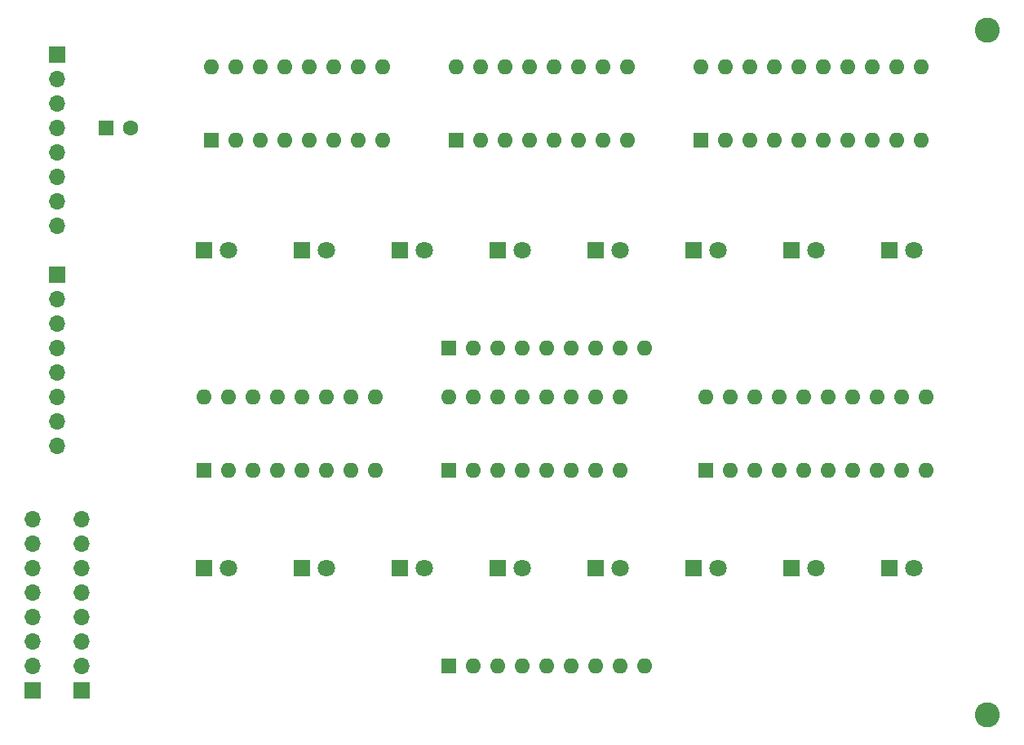
<source format=gbr>
%TF.GenerationSoftware,KiCad,Pcbnew,(7.0.0)*%
%TF.CreationDate,2023-02-28T23:31:08-05:00*%
%TF.ProjectId,8bc_registers,3862635f-7265-4676-9973-746572732e6b,1.0*%
%TF.SameCoordinates,Original*%
%TF.FileFunction,Soldermask,Top*%
%TF.FilePolarity,Negative*%
%FSLAX46Y46*%
G04 Gerber Fmt 4.6, Leading zero omitted, Abs format (unit mm)*
G04 Created by KiCad (PCBNEW (7.0.0)) date 2023-02-28 23:31:08*
%MOMM*%
%LPD*%
G01*
G04 APERTURE LIST*
%ADD10C,2.600000*%
%ADD11R,1.800000X1.800000*%
%ADD12C,1.800000*%
%ADD13R,1.600000X1.600000*%
%ADD14O,1.600000X1.600000*%
%ADD15R,1.700000X1.700000*%
%ADD16O,1.700000X1.700000*%
%ADD17C,1.600000*%
G04 APERTURE END LIST*
D10*
%TO.C,REF\u002A\u002A*%
X198120000Y-109220000D03*
%TD*%
%TO.C,REF\u002A\u002A*%
X198120000Y-38100000D03*
%TD*%
D11*
%TO.C,D1*%
X116839999Y-60959999D03*
D12*
X119380000Y-60960000D03*
%TD*%
D13*
%TO.C,U6*%
X142239999Y-83819999D03*
D14*
X144779999Y-83819999D03*
X147319999Y-83819999D03*
X149859999Y-83819999D03*
X152399999Y-83819999D03*
X154939999Y-83819999D03*
X157479999Y-83819999D03*
X160019999Y-83819999D03*
X160019999Y-76199999D03*
X157479999Y-76199999D03*
X154939999Y-76199999D03*
X152399999Y-76199999D03*
X149859999Y-76199999D03*
X147319999Y-76199999D03*
X144779999Y-76199999D03*
X142239999Y-76199999D03*
%TD*%
D11*
%TO.C,D3*%
X137159999Y-60959999D03*
D12*
X139700000Y-60960000D03*
%TD*%
D13*
%TO.C,U2*%
X117599999Y-49519999D03*
D14*
X120139999Y-49519999D03*
X122679999Y-49519999D03*
X125219999Y-49519999D03*
X127759999Y-49519999D03*
X130299999Y-49519999D03*
X132839999Y-49519999D03*
X135379999Y-49519999D03*
X135379999Y-41899999D03*
X132839999Y-41899999D03*
X130299999Y-41899999D03*
X127759999Y-41899999D03*
X125219999Y-41899999D03*
X122679999Y-41899999D03*
X120139999Y-41899999D03*
X117599999Y-41899999D03*
%TD*%
D13*
%TO.C,U1*%
X168399999Y-49519999D03*
D14*
X170939999Y-49519999D03*
X173479999Y-49519999D03*
X176019999Y-49519999D03*
X178559999Y-49519999D03*
X181099999Y-49519999D03*
X183639999Y-49519999D03*
X186179999Y-49519999D03*
X188719999Y-49519999D03*
X191259999Y-49519999D03*
X191259999Y-41899999D03*
X188719999Y-41899999D03*
X186179999Y-41899999D03*
X183639999Y-41899999D03*
X181099999Y-41899999D03*
X178559999Y-41899999D03*
X176019999Y-41899999D03*
X173479999Y-41899999D03*
X170939999Y-41899999D03*
X168399999Y-41899999D03*
%TD*%
D15*
%TO.C,J3*%
X99059999Y-106679999D03*
D16*
X99059999Y-104139999D03*
X99059999Y-101599999D03*
X99059999Y-99059999D03*
X99059999Y-96519999D03*
X99059999Y-93979999D03*
X99059999Y-91439999D03*
X99059999Y-88899999D03*
%TD*%
D11*
%TO.C,D6*%
X167639999Y-60959999D03*
D12*
X170180000Y-60960000D03*
%TD*%
D13*
%TO.C,U3*%
X142999999Y-49519999D03*
D14*
X145539999Y-49519999D03*
X148079999Y-49519999D03*
X150619999Y-49519999D03*
X153159999Y-49519999D03*
X155699999Y-49519999D03*
X158239999Y-49519999D03*
X160779999Y-49519999D03*
X160779999Y-41899999D03*
X158239999Y-41899999D03*
X155699999Y-41899999D03*
X153159999Y-41899999D03*
X150619999Y-41899999D03*
X148079999Y-41899999D03*
X145539999Y-41899999D03*
X142999999Y-41899999D03*
%TD*%
D13*
%TO.C,U5*%
X116839999Y-83819999D03*
D14*
X119379999Y-83819999D03*
X121919999Y-83819999D03*
X124459999Y-83819999D03*
X126999999Y-83819999D03*
X129539999Y-83819999D03*
X132079999Y-83819999D03*
X134619999Y-83819999D03*
X134619999Y-76199999D03*
X132079999Y-76199999D03*
X129539999Y-76199999D03*
X126999999Y-76199999D03*
X124459999Y-76199999D03*
X121919999Y-76199999D03*
X119379999Y-76199999D03*
X116839999Y-76199999D03*
%TD*%
D11*
%TO.C,D9*%
X187959999Y-93979999D03*
D12*
X190500000Y-93980000D03*
%TD*%
D15*
%TO.C,J2*%
X101599999Y-40639999D03*
D16*
X101599999Y-43179999D03*
X101599999Y-45719999D03*
X101599999Y-48259999D03*
X101599999Y-50799999D03*
X101599999Y-53339999D03*
X101599999Y-55879999D03*
X101599999Y-58419999D03*
%TD*%
D15*
%TO.C,J4*%
X104139999Y-106679999D03*
D16*
X104139999Y-104139999D03*
X104139999Y-101599999D03*
X104139999Y-99059999D03*
X104139999Y-96519999D03*
X104139999Y-93979999D03*
X104139999Y-91439999D03*
X104139999Y-88899999D03*
%TD*%
D11*
%TO.C,D12*%
X167639999Y-93979999D03*
D12*
X170180000Y-93980000D03*
%TD*%
D11*
%TO.C,D16*%
X116839999Y-93979999D03*
D12*
X119380000Y-93980000D03*
%TD*%
D11*
%TO.C,D14*%
X137159999Y-93979999D03*
D12*
X139700000Y-93980000D03*
%TD*%
D11*
%TO.C,D5*%
X157479999Y-60959999D03*
D12*
X160020000Y-60960000D03*
%TD*%
D11*
%TO.C,D15*%
X126999999Y-93979999D03*
D12*
X129540000Y-93980000D03*
%TD*%
D13*
%TO.C,RN2*%
X142239999Y-104139999D03*
D14*
X144779999Y-104139999D03*
X147319999Y-104139999D03*
X149859999Y-104139999D03*
X152399999Y-104139999D03*
X154939999Y-104139999D03*
X157479999Y-104139999D03*
X160019999Y-104139999D03*
X162559999Y-104139999D03*
%TD*%
D11*
%TO.C,D8*%
X187959999Y-60959999D03*
D12*
X190500000Y-60960000D03*
%TD*%
D13*
%TO.C,RN1*%
X142239999Y-71119999D03*
D14*
X144779999Y-71119999D03*
X147319999Y-71119999D03*
X149859999Y-71119999D03*
X152399999Y-71119999D03*
X154939999Y-71119999D03*
X157479999Y-71119999D03*
X160019999Y-71119999D03*
X162559999Y-71119999D03*
%TD*%
D15*
%TO.C,J1*%
X101599999Y-63499999D03*
D16*
X101599999Y-66039999D03*
X101599999Y-68579999D03*
X101599999Y-71119999D03*
X101599999Y-73659999D03*
X101599999Y-76199999D03*
X101599999Y-78739999D03*
X101599999Y-81279999D03*
%TD*%
D11*
%TO.C,D4*%
X147319999Y-60959999D03*
D12*
X149860000Y-60960000D03*
%TD*%
D13*
%TO.C,C1*%
X106719999Y-48259999D03*
D17*
X109220000Y-48260000D03*
%TD*%
D13*
%TO.C,U4*%
X168914999Y-83819999D03*
D14*
X171454999Y-83819999D03*
X173994999Y-83819999D03*
X176534999Y-83819999D03*
X179074999Y-83819999D03*
X181614999Y-83819999D03*
X184154999Y-83819999D03*
X186694999Y-83819999D03*
X189234999Y-83819999D03*
X191774999Y-83819999D03*
X191774999Y-76199999D03*
X189234999Y-76199999D03*
X186694999Y-76199999D03*
X184154999Y-76199999D03*
X181614999Y-76199999D03*
X179074999Y-76199999D03*
X176534999Y-76199999D03*
X173994999Y-76199999D03*
X171454999Y-76199999D03*
X168914999Y-76199999D03*
%TD*%
D11*
%TO.C,D13*%
X147319999Y-93979999D03*
D12*
X149860000Y-93980000D03*
%TD*%
D11*
%TO.C,D7*%
X177799999Y-60959999D03*
D12*
X180340000Y-60960000D03*
%TD*%
D11*
%TO.C,D10*%
X177799999Y-93979999D03*
D12*
X180340000Y-93980000D03*
%TD*%
D11*
%TO.C,D2*%
X126999999Y-60959999D03*
D12*
X129540000Y-60960000D03*
%TD*%
D11*
%TO.C,D11*%
X157479999Y-93979999D03*
D12*
X160020000Y-93980000D03*
%TD*%
M02*

</source>
